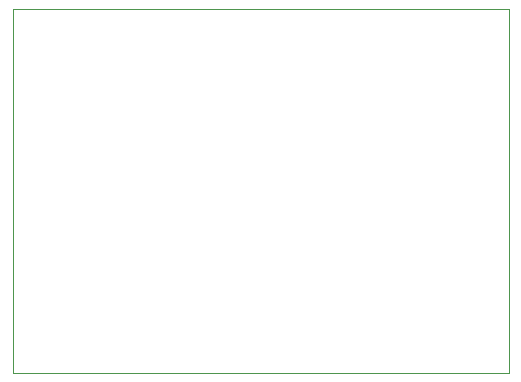
<source format=gbr>
%TF.GenerationSoftware,KiCad,Pcbnew,(5.1.8)-1*%
%TF.CreationDate,2021-11-13T22:26:41+08:00*%
%TF.ProjectId,wifiaudiorx,77696669-6175-4646-996f-72782e6b6963,rev?*%
%TF.SameCoordinates,Original*%
%TF.FileFunction,Profile,NP*%
%FSLAX46Y46*%
G04 Gerber Fmt 4.6, Leading zero omitted, Abs format (unit mm)*
G04 Created by KiCad (PCBNEW (5.1.8)-1) date 2021-11-13 22:26:41*
%MOMM*%
%LPD*%
G01*
G04 APERTURE LIST*
%TA.AperFunction,Profile*%
%ADD10C,0.050000*%
%TD*%
G04 APERTURE END LIST*
D10*
X90000000Y-99200000D02*
X132000000Y-99200000D01*
X90000000Y-130000000D02*
X90000000Y-99200000D01*
X132000000Y-130000000D02*
X90000000Y-130000000D01*
X132000000Y-99200000D02*
X132000000Y-130000000D01*
M02*

</source>
